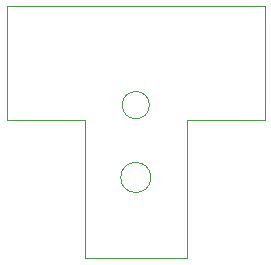
<source format=gbr>
%TF.GenerationSoftware,KiCad,Pcbnew,8.0.1*%
%TF.CreationDate,2024-03-21T20:23:12-04:00*%
%TF.ProjectId,040-05x-v2,3034302d-3035-4782-9d76-322e6b696361,rev?*%
%TF.SameCoordinates,Original*%
%TF.FileFunction,Profile,NP*%
%FSLAX46Y46*%
G04 Gerber Fmt 4.6, Leading zero omitted, Abs format (unit mm)*
G04 Created by KiCad (PCBNEW 8.0.1) date 2024-03-21 20:23:12*
%MOMM*%
%LPD*%
G01*
G04 APERTURE LIST*
%TA.AperFunction,Profile*%
%ADD10C,0.050000*%
%TD*%
G04 APERTURE END LIST*
D10*
X62738000Y-67056000D02*
X62738000Y-78740000D01*
X68331000Y-71886226D02*
G75*
G02*
X65781000Y-71886226I-1275000J0D01*
G01*
X65781000Y-71886226D02*
G75*
G02*
X68331000Y-71886226I1275000J0D01*
G01*
X77978000Y-67056000D02*
X77978000Y-57404000D01*
X62738000Y-67056000D02*
X56134000Y-67056000D01*
X56134000Y-67056000D02*
X56134000Y-57404000D01*
X77978000Y-67056000D02*
X71374000Y-67056000D01*
X77978000Y-57404000D02*
X56134000Y-57404000D01*
X62738000Y-78740000D02*
X71374000Y-78740000D01*
X68206000Y-65761226D02*
G75*
G02*
X65906000Y-65761226I-1150000J0D01*
G01*
X65906000Y-65761226D02*
G75*
G02*
X68206000Y-65761226I1150000J0D01*
G01*
X71374000Y-78740000D02*
X71374000Y-67056000D01*
M02*

</source>
